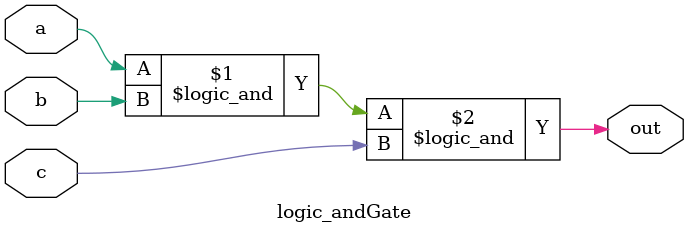
<source format=v>
module logic_andGate( a, b, c, out);

	input a, b, c;
	output out;
	wire out;

	assign out = a && b && c;
	//assign out = AND(a, b, c);
  	//and(out, a,b,c);

endmodule

</source>
